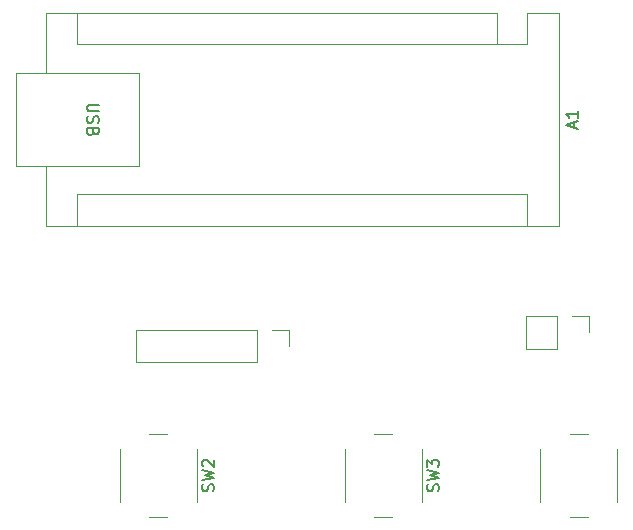
<source format=gbr>
%TF.GenerationSoftware,KiCad,Pcbnew,9.0.3*%
%TF.CreationDate,2025-08-08T18:34:11-07:00*%
%TF.ProjectId,FerrisWheelOrganizer,46657272-6973-4576-9865-656c4f726761,rev?*%
%TF.SameCoordinates,Original*%
%TF.FileFunction,Legend,Top*%
%TF.FilePolarity,Positive*%
%FSLAX46Y46*%
G04 Gerber Fmt 4.6, Leading zero omitted, Abs format (unit mm)*
G04 Created by KiCad (PCBNEW 9.0.3) date 2025-08-08 18:34:11*
%MOMM*%
%LPD*%
G01*
G04 APERTURE LIST*
%ADD10C,0.150000*%
%ADD11C,0.120000*%
G04 APERTURE END LIST*
D10*
X197146104Y-63452285D02*
X197146104Y-62976095D01*
X197431819Y-63547523D02*
X196431819Y-63214190D01*
X196431819Y-63214190D02*
X197431819Y-62880857D01*
X197431819Y-62023714D02*
X197431819Y-62595142D01*
X197431819Y-62309428D02*
X196431819Y-62309428D01*
X196431819Y-62309428D02*
X196574676Y-62404666D01*
X196574676Y-62404666D02*
X196669914Y-62499904D01*
X196669914Y-62499904D02*
X196717533Y-62595142D01*
X156882180Y-61476095D02*
X156072657Y-61476095D01*
X156072657Y-61476095D02*
X155977419Y-61523714D01*
X155977419Y-61523714D02*
X155929800Y-61571333D01*
X155929800Y-61571333D02*
X155882180Y-61666571D01*
X155882180Y-61666571D02*
X155882180Y-61857047D01*
X155882180Y-61857047D02*
X155929800Y-61952285D01*
X155929800Y-61952285D02*
X155977419Y-61999904D01*
X155977419Y-61999904D02*
X156072657Y-62047523D01*
X156072657Y-62047523D02*
X156882180Y-62047523D01*
X155929800Y-62476095D02*
X155882180Y-62618952D01*
X155882180Y-62618952D02*
X155882180Y-62857047D01*
X155882180Y-62857047D02*
X155929800Y-62952285D01*
X155929800Y-62952285D02*
X155977419Y-62999904D01*
X155977419Y-62999904D02*
X156072657Y-63047523D01*
X156072657Y-63047523D02*
X156167895Y-63047523D01*
X156167895Y-63047523D02*
X156263133Y-62999904D01*
X156263133Y-62999904D02*
X156310752Y-62952285D01*
X156310752Y-62952285D02*
X156358371Y-62857047D01*
X156358371Y-62857047D02*
X156405990Y-62666571D01*
X156405990Y-62666571D02*
X156453609Y-62571333D01*
X156453609Y-62571333D02*
X156501228Y-62523714D01*
X156501228Y-62523714D02*
X156596466Y-62476095D01*
X156596466Y-62476095D02*
X156691704Y-62476095D01*
X156691704Y-62476095D02*
X156786942Y-62523714D01*
X156786942Y-62523714D02*
X156834561Y-62571333D01*
X156834561Y-62571333D02*
X156882180Y-62666571D01*
X156882180Y-62666571D02*
X156882180Y-62904666D01*
X156882180Y-62904666D02*
X156834561Y-63047523D01*
X156405990Y-63809428D02*
X156358371Y-63952285D01*
X156358371Y-63952285D02*
X156310752Y-63999904D01*
X156310752Y-63999904D02*
X156215514Y-64047523D01*
X156215514Y-64047523D02*
X156072657Y-64047523D01*
X156072657Y-64047523D02*
X155977419Y-63999904D01*
X155977419Y-63999904D02*
X155929800Y-63952285D01*
X155929800Y-63952285D02*
X155882180Y-63857047D01*
X155882180Y-63857047D02*
X155882180Y-63476095D01*
X155882180Y-63476095D02*
X156882180Y-63476095D01*
X156882180Y-63476095D02*
X156882180Y-63809428D01*
X156882180Y-63809428D02*
X156834561Y-63904666D01*
X156834561Y-63904666D02*
X156786942Y-63952285D01*
X156786942Y-63952285D02*
X156691704Y-63999904D01*
X156691704Y-63999904D02*
X156596466Y-63999904D01*
X156596466Y-63999904D02*
X156501228Y-63952285D01*
X156501228Y-63952285D02*
X156453609Y-63904666D01*
X156453609Y-63904666D02*
X156405990Y-63809428D01*
X156405990Y-63809428D02*
X156405990Y-63476095D01*
X185632200Y-94202082D02*
X185679819Y-94059225D01*
X185679819Y-94059225D02*
X185679819Y-93821130D01*
X185679819Y-93821130D02*
X185632200Y-93725892D01*
X185632200Y-93725892D02*
X185584580Y-93678273D01*
X185584580Y-93678273D02*
X185489342Y-93630654D01*
X185489342Y-93630654D02*
X185394104Y-93630654D01*
X185394104Y-93630654D02*
X185298866Y-93678273D01*
X185298866Y-93678273D02*
X185251247Y-93725892D01*
X185251247Y-93725892D02*
X185203628Y-93821130D01*
X185203628Y-93821130D02*
X185156009Y-94011606D01*
X185156009Y-94011606D02*
X185108390Y-94106844D01*
X185108390Y-94106844D02*
X185060771Y-94154463D01*
X185060771Y-94154463D02*
X184965533Y-94202082D01*
X184965533Y-94202082D02*
X184870295Y-94202082D01*
X184870295Y-94202082D02*
X184775057Y-94154463D01*
X184775057Y-94154463D02*
X184727438Y-94106844D01*
X184727438Y-94106844D02*
X184679819Y-94011606D01*
X184679819Y-94011606D02*
X184679819Y-93773511D01*
X184679819Y-93773511D02*
X184727438Y-93630654D01*
X184679819Y-93297320D02*
X185679819Y-93059225D01*
X185679819Y-93059225D02*
X184965533Y-92868749D01*
X184965533Y-92868749D02*
X185679819Y-92678273D01*
X185679819Y-92678273D02*
X184679819Y-92440178D01*
X184679819Y-92154463D02*
X184679819Y-91535416D01*
X184679819Y-91535416D02*
X185060771Y-91868749D01*
X185060771Y-91868749D02*
X185060771Y-91725892D01*
X185060771Y-91725892D02*
X185108390Y-91630654D01*
X185108390Y-91630654D02*
X185156009Y-91583035D01*
X185156009Y-91583035D02*
X185251247Y-91535416D01*
X185251247Y-91535416D02*
X185489342Y-91535416D01*
X185489342Y-91535416D02*
X185584580Y-91583035D01*
X185584580Y-91583035D02*
X185632200Y-91630654D01*
X185632200Y-91630654D02*
X185679819Y-91725892D01*
X185679819Y-91725892D02*
X185679819Y-92011606D01*
X185679819Y-92011606D02*
X185632200Y-92106844D01*
X185632200Y-92106844D02*
X185584580Y-92154463D01*
X166582200Y-94202082D02*
X166629819Y-94059225D01*
X166629819Y-94059225D02*
X166629819Y-93821130D01*
X166629819Y-93821130D02*
X166582200Y-93725892D01*
X166582200Y-93725892D02*
X166534580Y-93678273D01*
X166534580Y-93678273D02*
X166439342Y-93630654D01*
X166439342Y-93630654D02*
X166344104Y-93630654D01*
X166344104Y-93630654D02*
X166248866Y-93678273D01*
X166248866Y-93678273D02*
X166201247Y-93725892D01*
X166201247Y-93725892D02*
X166153628Y-93821130D01*
X166153628Y-93821130D02*
X166106009Y-94011606D01*
X166106009Y-94011606D02*
X166058390Y-94106844D01*
X166058390Y-94106844D02*
X166010771Y-94154463D01*
X166010771Y-94154463D02*
X165915533Y-94202082D01*
X165915533Y-94202082D02*
X165820295Y-94202082D01*
X165820295Y-94202082D02*
X165725057Y-94154463D01*
X165725057Y-94154463D02*
X165677438Y-94106844D01*
X165677438Y-94106844D02*
X165629819Y-94011606D01*
X165629819Y-94011606D02*
X165629819Y-93773511D01*
X165629819Y-93773511D02*
X165677438Y-93630654D01*
X165629819Y-93297320D02*
X166629819Y-93059225D01*
X166629819Y-93059225D02*
X165915533Y-92868749D01*
X165915533Y-92868749D02*
X166629819Y-92678273D01*
X166629819Y-92678273D02*
X165629819Y-92440178D01*
X165725057Y-92106844D02*
X165677438Y-92059225D01*
X165677438Y-92059225D02*
X165629819Y-91963987D01*
X165629819Y-91963987D02*
X165629819Y-91725892D01*
X165629819Y-91725892D02*
X165677438Y-91630654D01*
X165677438Y-91630654D02*
X165725057Y-91583035D01*
X165725057Y-91583035D02*
X165820295Y-91535416D01*
X165820295Y-91535416D02*
X165915533Y-91535416D01*
X165915533Y-91535416D02*
X166058390Y-91583035D01*
X166058390Y-91583035D02*
X166629819Y-92154463D01*
X166629819Y-92154463D02*
X166629819Y-91535416D01*
D11*
%TO.C,A1*%
X149857000Y-58798000D02*
X160277000Y-58798000D01*
X149857000Y-66678000D02*
X149857000Y-58798000D01*
X152397000Y-53718000D02*
X152397000Y-58798000D01*
X152397000Y-71758000D02*
X152397000Y-66678000D01*
X152397000Y-71758000D02*
X195837000Y-71758000D01*
X155067000Y-56388000D02*
X155067000Y-53718000D01*
X155067000Y-69088000D02*
X155067000Y-71758000D01*
X160277000Y-58798000D02*
X160277000Y-66678000D01*
X160277000Y-66678000D02*
X149857000Y-66678000D01*
X190627000Y-53718000D02*
X152397000Y-53718000D01*
X190627000Y-56388000D02*
X155067000Y-56388000D01*
X190627000Y-56388000D02*
X190627000Y-53718000D01*
X190627000Y-56388000D02*
X193167000Y-56388000D01*
X193167000Y-56388000D02*
X193167000Y-53718000D01*
X193167000Y-69088000D02*
X155067000Y-69088000D01*
X193167000Y-69088000D02*
X193167000Y-71758000D01*
X195837000Y-53718000D02*
X193167000Y-53718000D01*
X195837000Y-71758000D02*
X195837000Y-53718000D01*
%TO.C,SW3*%
X177725000Y-90618750D02*
X177725000Y-95118750D01*
X180225000Y-96368750D02*
X181725000Y-96368750D01*
X181725000Y-89368750D02*
X180225000Y-89368750D01*
X184225000Y-95118750D02*
X184225000Y-90618750D01*
%TO.C,BT1*%
X193057000Y-79392000D02*
X193057000Y-82152000D01*
X195707000Y-79392000D02*
X193057000Y-79392000D01*
X195707000Y-79392000D02*
X195707000Y-82152000D01*
X195707000Y-82152000D02*
X193057000Y-82152000D01*
X196977000Y-79392000D02*
X198357000Y-79392000D01*
X198357000Y-79392000D02*
X198357000Y-80772000D01*
%TO.C,SW2*%
X158675000Y-90618750D02*
X158675000Y-95118750D01*
X161175000Y-96368750D02*
X162675000Y-96368750D01*
X162675000Y-89368750D02*
X161175000Y-89368750D01*
X165175000Y-95118750D02*
X165175000Y-90618750D01*
%TO.C,J1*%
X160037000Y-80535000D02*
X160037000Y-83295000D01*
X170307000Y-80535000D02*
X160037000Y-80535000D01*
X170307000Y-80535000D02*
X170307000Y-83295000D01*
X170307000Y-83295000D02*
X160037000Y-83295000D01*
X171577000Y-80535000D02*
X172957000Y-80535000D01*
X172957000Y-80535000D02*
X172957000Y-81915000D01*
%TO.C,SW1*%
X194262500Y-90618750D02*
X194262500Y-95118750D01*
X196762500Y-96368750D02*
X198262500Y-96368750D01*
X198262500Y-89368750D02*
X196762500Y-89368750D01*
X200762500Y-95118750D02*
X200762500Y-90618750D01*
%TD*%
M02*

</source>
